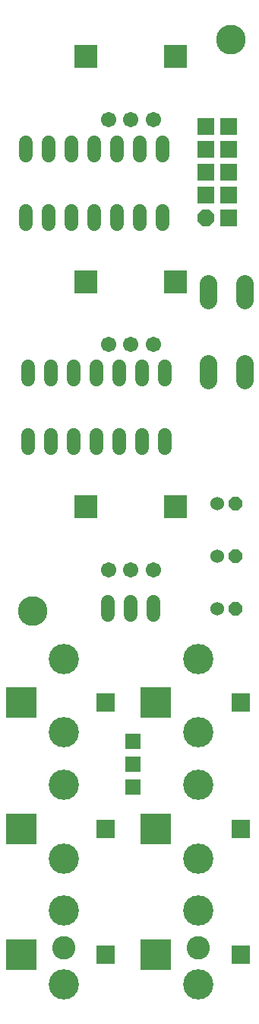
<source format=gts>
G75*
%MOIN*%
%OFA0B0*%
%FSLAX24Y24*%
%IPPOS*%
%LPD*%
%AMOC8*
5,1,8,0,0,1.08239X$1,22.5*
%
%ADD10C,0.1024*%
%ADD11C,0.1300*%
%ADD12OC8,0.0600*%
%ADD13C,0.0600*%
%ADD14C,0.0752*%
%ADD15OC8,0.0740*%
%ADD16R,0.0740X0.0740*%
%ADD17R,0.1346X0.1346*%
%ADD18C,0.1326*%
%ADD19R,0.0808X0.0808*%
%ADD20C,0.0600*%
%ADD21R,0.0985X0.0985*%
%ADD22C,0.0674*%
%ADD23R,0.0680X0.0680*%
D10*
X003058Y002760D03*
X008983Y002760D03*
D11*
X001708Y017510D03*
X010408Y042510D03*
D12*
X010608Y022210D03*
X010608Y019910D03*
X010608Y017610D03*
D13*
X009808Y017610D03*
X009808Y019910D03*
X009808Y022210D03*
D14*
X009408Y027604D02*
X009408Y028316D01*
X009408Y031104D02*
X009408Y031816D01*
X011008Y031816D02*
X011008Y031104D01*
X011008Y028316D02*
X011008Y027604D01*
D15*
X009308Y034710D03*
D16*
X009308Y035710D03*
X009308Y036710D03*
X009308Y037710D03*
X009308Y038710D03*
X010308Y038710D03*
X010308Y037710D03*
X010308Y036710D03*
X010308Y035710D03*
X010308Y034710D03*
D17*
X001211Y002457D03*
X001211Y007969D03*
X001211Y013481D03*
X007116Y013481D03*
X007116Y007969D03*
X007116Y002457D03*
D18*
X008967Y001158D03*
X008967Y004386D03*
X008967Y006670D03*
X008967Y009898D03*
X008967Y012182D03*
X008967Y015410D03*
X003061Y015410D03*
X003061Y012182D03*
X003061Y009898D03*
X003061Y006670D03*
X003061Y004386D03*
X003061Y001158D03*
D19*
X004911Y002457D03*
X004911Y007969D03*
X004911Y013481D03*
X010817Y013481D03*
X010817Y007969D03*
X010817Y002457D03*
D20*
X007008Y017330D02*
X007008Y017890D01*
X006008Y017890D02*
X006008Y017330D01*
X005008Y017330D02*
X005008Y017890D01*
X004508Y024630D02*
X004508Y025190D01*
X004508Y027630D02*
X004508Y028190D01*
X003508Y028190D02*
X003508Y027630D01*
X003508Y025190D02*
X003508Y024630D01*
X002508Y024630D02*
X002508Y025190D01*
X002508Y027630D02*
X002508Y028190D01*
X001508Y028190D02*
X001508Y027630D01*
X001508Y025190D02*
X001508Y024630D01*
X001408Y034430D02*
X001408Y034990D01*
X001408Y037430D02*
X001408Y037990D01*
X002408Y037990D02*
X002408Y037430D01*
X002408Y034990D02*
X002408Y034430D01*
X003408Y034430D02*
X003408Y034990D01*
X003408Y037430D02*
X003408Y037990D01*
X004408Y037990D02*
X004408Y037430D01*
X004408Y034990D02*
X004408Y034430D01*
X005408Y034430D02*
X005408Y034990D01*
X005408Y037430D02*
X005408Y037990D01*
X006408Y037990D02*
X006408Y037430D01*
X006408Y034990D02*
X006408Y034430D01*
X007408Y034430D02*
X007408Y034990D01*
X007408Y037430D02*
X007408Y037990D01*
X007508Y028190D02*
X007508Y027630D01*
X007508Y025190D02*
X007508Y024630D01*
X006508Y024630D02*
X006508Y025190D01*
X006508Y027630D02*
X006508Y028190D01*
X005508Y028190D02*
X005508Y027630D01*
X005508Y025190D02*
X005508Y024630D01*
D21*
X004045Y022064D03*
X004045Y031906D03*
X004045Y041749D03*
X007982Y041749D03*
X007982Y031906D03*
X007982Y022064D03*
D22*
X006998Y019308D03*
X006014Y019308D03*
X005029Y019308D03*
X005029Y029150D03*
X006014Y029150D03*
X006998Y029150D03*
X006998Y038993D03*
X006014Y038993D03*
X005029Y038993D03*
D23*
X006108Y011810D03*
X006108Y010810D03*
X006108Y009810D03*
M02*

</source>
